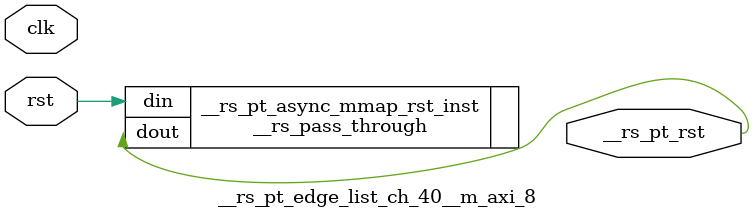
<source format=v>
`timescale 1 ns / 1 ps
/**   Generated by RapidStream   **/
module __rs_pt_edge_list_ch_40__m_axi_8 #(
    parameter BufferSize         = 32,
    parameter BufferSizeLog      = 5,
    parameter AddrWidth          = 64,
    parameter AxiSideAddrWidth   = 64,
    parameter DataWidth          = 512,
    parameter DataWidthBytesLog  = 6,
    parameter WaitTimeWidth      = 4,
    parameter BurstLenWidth      = 8,
    parameter EnableReadChannel  = 1,
    parameter EnableWriteChannel = 1,
    parameter MaxWaitTime        = 3,
    parameter MaxBurstLen        = 15
) (
    output wire __rs_pt_rst,
    input wire  clk,
    input wire  rst
);




__rs_pass_through #(
    .WIDTH (1)
) __rs_pt_async_mmap_rst_inst /**   Generated by RapidStream   **/ (
    .din  (rst),
    .dout (__rs_pt_rst)
);

endmodule  // __rs_pt_edge_list_ch_40__m_axi_8
</source>
